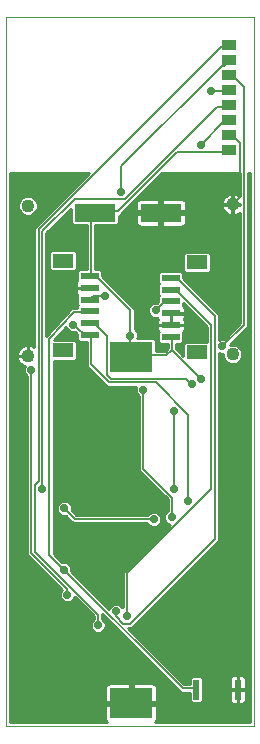
<source format=gtl>
G75*
%MOIN*%
%OFA0B0*%
%FSLAX25Y25*%
%IPPOS*%
%LPD*%
%AMOC8*
5,1,8,0,0,1.08239X$1,22.5*
%
%ADD10C,0.00000*%
%ADD11R,0.02362X0.06693*%
%ADD12C,0.04362*%
%ADD13R,0.14173X0.10236*%
%ADD14R,0.05000X0.03543*%
%ADD15R,0.13780X0.06299*%
%ADD16R,0.06102X0.02362*%
%ADD17R,0.07087X0.04724*%
%ADD18C,0.01000*%
%ADD19C,0.00600*%
%ADD20C,0.02800*%
D10*
X0005177Y0007958D02*
X0005173Y0244237D01*
X0087897Y0244235D01*
X0087855Y0007961D01*
X0005177Y0007958D01*
D11*
X0068592Y0020149D03*
X0082371Y0020149D03*
D12*
X0080618Y0131912D03*
X0080618Y0181912D03*
X0012405Y0181439D03*
X0012405Y0131439D03*
D13*
X0046772Y0131008D03*
X0046772Y0015653D03*
D14*
X0079534Y0199906D03*
X0079534Y0204906D03*
X0079534Y0209906D03*
X0079534Y0214906D03*
X0079534Y0219906D03*
X0079534Y0224906D03*
X0079534Y0229906D03*
X0079534Y0234906D03*
D15*
X0056761Y0179154D03*
X0034713Y0179154D03*
D16*
X0032978Y0158061D03*
X0032978Y0154124D03*
X0032978Y0150187D03*
X0032978Y0146250D03*
X0032978Y0142313D03*
X0032978Y0138376D03*
X0060078Y0137761D03*
X0060078Y0141698D03*
X0060078Y0145635D03*
X0060078Y0149572D03*
X0060078Y0153509D03*
X0060078Y0157446D03*
D17*
X0068838Y0162564D03*
X0068838Y0132643D03*
X0024218Y0133258D03*
X0024218Y0163179D03*
D18*
X0020219Y0159717D02*
X0028217Y0159717D01*
X0028861Y0160362D01*
X0028861Y0165997D01*
X0028217Y0166642D01*
X0020219Y0166642D01*
X0019575Y0165997D01*
X0019575Y0160362D01*
X0020219Y0159717D01*
X0020201Y0159735D02*
X0018578Y0159735D01*
X0018578Y0160733D02*
X0019575Y0160733D01*
X0019575Y0161732D02*
X0018578Y0161732D01*
X0018578Y0162730D02*
X0019575Y0162730D01*
X0019575Y0163729D02*
X0018578Y0163729D01*
X0018578Y0164728D02*
X0019575Y0164728D01*
X0019575Y0165726D02*
X0018578Y0165726D01*
X0018578Y0166725D02*
X0031978Y0166725D01*
X0031978Y0167723D02*
X0018578Y0167723D01*
X0018578Y0168722D02*
X0031978Y0168722D01*
X0031978Y0169720D02*
X0018578Y0169720D01*
X0018578Y0170719D02*
X0031978Y0170719D01*
X0031978Y0171717D02*
X0018578Y0171717D01*
X0018578Y0172381D02*
X0026724Y0180527D01*
X0026724Y0175549D01*
X0027368Y0174905D01*
X0031978Y0174905D01*
X0031978Y0160342D01*
X0029471Y0160342D01*
X0028827Y0159698D01*
X0028827Y0156424D01*
X0028875Y0156376D01*
X0028726Y0156226D01*
X0028529Y0155884D01*
X0028427Y0155503D01*
X0028427Y0154215D01*
X0032887Y0154215D01*
X0032887Y0154034D01*
X0028427Y0154034D01*
X0028427Y0152746D01*
X0028529Y0152364D01*
X0028726Y0152022D01*
X0028875Y0151873D01*
X0028827Y0151824D01*
X0028827Y0148550D01*
X0029158Y0148219D01*
X0028827Y0147887D01*
X0028827Y0147382D01*
X0028141Y0147385D01*
X0028103Y0147420D01*
X0027568Y0147388D01*
X0027033Y0147391D01*
X0026996Y0147355D01*
X0026945Y0147352D01*
X0026589Y0146952D01*
X0026209Y0146575D01*
X0026208Y0146524D01*
X0018578Y0137943D01*
X0018578Y0172381D01*
X0018912Y0172716D02*
X0031978Y0172716D01*
X0031978Y0173714D02*
X0019910Y0173714D01*
X0020909Y0174713D02*
X0031978Y0174713D01*
X0034778Y0174713D02*
X0049109Y0174713D01*
X0048950Y0174804D02*
X0049292Y0174607D01*
X0049673Y0174505D01*
X0056261Y0174505D01*
X0056261Y0178654D01*
X0057261Y0178654D01*
X0057261Y0179654D01*
X0065150Y0179654D01*
X0065150Y0182501D01*
X0065048Y0182883D01*
X0064851Y0183225D01*
X0064571Y0183504D01*
X0064229Y0183702D01*
X0063848Y0183804D01*
X0057261Y0183804D01*
X0057261Y0179654D01*
X0056261Y0179654D01*
X0056261Y0183804D01*
X0049673Y0183804D01*
X0049292Y0183702D01*
X0048950Y0183504D01*
X0048671Y0183225D01*
X0048473Y0182883D01*
X0048371Y0182501D01*
X0048371Y0179654D01*
X0056261Y0179654D01*
X0056261Y0178654D01*
X0048371Y0178654D01*
X0048371Y0175807D01*
X0048473Y0175426D01*
X0048671Y0175084D01*
X0048950Y0174804D01*
X0048397Y0175711D02*
X0042703Y0175711D01*
X0042703Y0175549D02*
X0042703Y0178161D01*
X0042958Y0178161D01*
X0043778Y0178981D01*
X0057186Y0192390D01*
X0082978Y0192462D01*
X0082978Y0184758D01*
X0082964Y0184771D01*
X0082361Y0185174D01*
X0081691Y0185452D01*
X0080980Y0185593D01*
X0080708Y0185593D01*
X0080708Y0182003D01*
X0080527Y0182003D01*
X0080527Y0185593D01*
X0080255Y0185593D01*
X0079544Y0185452D01*
X0078874Y0185174D01*
X0078271Y0184771D01*
X0077758Y0184259D01*
X0077355Y0183656D01*
X0077078Y0182986D01*
X0076936Y0182275D01*
X0076936Y0182003D01*
X0080527Y0182003D01*
X0080527Y0181822D01*
X0076936Y0181822D01*
X0076936Y0181550D01*
X0077078Y0180838D01*
X0077355Y0180169D01*
X0077758Y0179566D01*
X0078271Y0179053D01*
X0078874Y0178650D01*
X0079544Y0178373D01*
X0080255Y0178231D01*
X0080527Y0178231D01*
X0080527Y0181822D01*
X0080708Y0181822D01*
X0082978Y0181822D01*
X0082978Y0182003D01*
X0080708Y0182003D01*
X0080708Y0181822D01*
X0080708Y0178231D01*
X0080980Y0178231D01*
X0081691Y0178373D01*
X0082361Y0178650D01*
X0082964Y0179053D01*
X0082978Y0179067D01*
X0082978Y0142341D01*
X0077691Y0137055D01*
X0077675Y0137061D01*
X0076680Y0137061D01*
X0076178Y0136853D01*
X0076178Y0145341D01*
X0064229Y0157290D01*
X0064229Y0159083D01*
X0063585Y0159727D01*
X0056571Y0159727D01*
X0055927Y0159083D01*
X0055927Y0155810D01*
X0056258Y0155478D01*
X0055927Y0155146D01*
X0055927Y0151873D01*
X0056258Y0151541D01*
X0055927Y0151209D01*
X0055927Y0149490D01*
X0055491Y0149055D01*
X0055475Y0149061D01*
X0054480Y0149061D01*
X0053562Y0148681D01*
X0052858Y0147977D01*
X0052478Y0147059D01*
X0052478Y0146064D01*
X0052858Y0145145D01*
X0053562Y0144442D01*
X0054480Y0144061D01*
X0055475Y0144061D01*
X0055569Y0144100D01*
X0055629Y0143875D01*
X0055749Y0143667D01*
X0055629Y0143458D01*
X0055527Y0143077D01*
X0055527Y0141789D01*
X0059987Y0141789D01*
X0059987Y0145545D01*
X0060168Y0145545D01*
X0060168Y0142954D01*
X0060168Y0141789D01*
X0059987Y0141789D01*
X0059987Y0141608D01*
X0055527Y0141608D01*
X0055527Y0140320D01*
X0055629Y0139938D01*
X0055826Y0139596D01*
X0055975Y0139447D01*
X0055927Y0139398D01*
X0055927Y0136124D01*
X0056571Y0135480D01*
X0058978Y0135480D01*
X0058978Y0133941D01*
X0057998Y0132961D01*
X0054959Y0132961D01*
X0054959Y0136582D01*
X0054314Y0137226D01*
X0048896Y0137226D01*
X0049078Y0137664D01*
X0049078Y0138659D01*
X0048697Y0139577D01*
X0047994Y0140281D01*
X0047978Y0140287D01*
X0047978Y0147141D01*
X0047158Y0147961D01*
X0037129Y0157990D01*
X0037129Y0159698D01*
X0036485Y0160342D01*
X0034778Y0160342D01*
X0034778Y0174905D01*
X0042059Y0174905D01*
X0042703Y0175549D01*
X0042703Y0176710D02*
X0048371Y0176710D01*
X0048371Y0177708D02*
X0042703Y0177708D01*
X0043503Y0178707D02*
X0056261Y0178707D01*
X0056261Y0179705D02*
X0057261Y0179705D01*
X0057261Y0178707D02*
X0078789Y0178707D01*
X0077665Y0179705D02*
X0065150Y0179705D01*
X0065150Y0180704D02*
X0077134Y0180704D01*
X0076936Y0181702D02*
X0065150Y0181702D01*
X0065097Y0182701D02*
X0077021Y0182701D01*
X0077384Y0183699D02*
X0064234Y0183699D01*
X0065150Y0178654D02*
X0057261Y0178654D01*
X0057261Y0174505D01*
X0063848Y0174505D01*
X0064229Y0174607D01*
X0064571Y0174804D01*
X0064851Y0175084D01*
X0065048Y0175426D01*
X0065150Y0175807D01*
X0065150Y0178654D01*
X0065150Y0177708D02*
X0082978Y0177708D01*
X0082978Y0176710D02*
X0065150Y0176710D01*
X0065125Y0175711D02*
X0082978Y0175711D01*
X0082978Y0174713D02*
X0064412Y0174713D01*
X0064839Y0166027D02*
X0064194Y0165382D01*
X0064194Y0159747D01*
X0064839Y0159102D01*
X0072837Y0159102D01*
X0073481Y0159747D01*
X0073481Y0165382D01*
X0072837Y0166027D01*
X0064839Y0166027D01*
X0064538Y0165726D02*
X0034778Y0165726D01*
X0034778Y0164728D02*
X0064194Y0164728D01*
X0064194Y0163729D02*
X0034778Y0163729D01*
X0034778Y0162730D02*
X0064194Y0162730D01*
X0064194Y0161732D02*
X0034778Y0161732D01*
X0034778Y0160733D02*
X0064194Y0160733D01*
X0064206Y0159735D02*
X0037092Y0159735D01*
X0037129Y0158736D02*
X0055927Y0158736D01*
X0055927Y0157738D02*
X0037381Y0157738D01*
X0038379Y0156739D02*
X0055927Y0156739D01*
X0055995Y0155741D02*
X0039378Y0155741D01*
X0040376Y0154742D02*
X0055927Y0154742D01*
X0055927Y0153744D02*
X0041375Y0153744D01*
X0042373Y0152745D02*
X0055927Y0152745D01*
X0056052Y0151747D02*
X0043372Y0151747D01*
X0044370Y0150748D02*
X0055927Y0150748D01*
X0055927Y0149750D02*
X0045369Y0149750D01*
X0046368Y0148751D02*
X0053732Y0148751D01*
X0052765Y0147753D02*
X0047366Y0147753D01*
X0047978Y0146754D02*
X0052478Y0146754D01*
X0052605Y0145756D02*
X0047978Y0145756D01*
X0047978Y0144757D02*
X0053246Y0144757D01*
X0055696Y0143759D02*
X0047978Y0143759D01*
X0047978Y0142760D02*
X0055527Y0142760D01*
X0055527Y0140763D02*
X0047978Y0140763D01*
X0047978Y0141762D02*
X0059987Y0141762D01*
X0060168Y0141762D02*
X0071597Y0141762D01*
X0072178Y0141181D02*
X0072178Y0136105D01*
X0064839Y0136105D01*
X0064194Y0135461D01*
X0064194Y0131525D01*
X0061778Y0133941D01*
X0061778Y0135480D01*
X0063585Y0135480D01*
X0064229Y0136124D01*
X0064229Y0139398D01*
X0064180Y0139447D01*
X0064329Y0139596D01*
X0064527Y0139938D01*
X0064629Y0140320D01*
X0064629Y0141608D01*
X0060168Y0141608D01*
X0060168Y0141789D01*
X0064629Y0141789D01*
X0064629Y0143077D01*
X0064527Y0143458D01*
X0064406Y0143667D01*
X0064527Y0143875D01*
X0064629Y0144257D01*
X0064629Y0145545D01*
X0060168Y0145545D01*
X0060168Y0145726D01*
X0064629Y0145726D01*
X0064629Y0147014D01*
X0064527Y0147395D01*
X0064329Y0147737D01*
X0064180Y0147887D01*
X0064229Y0147936D01*
X0064229Y0149130D01*
X0072178Y0141181D01*
X0072178Y0140763D02*
X0064629Y0140763D01*
X0064427Y0139765D02*
X0072178Y0139765D01*
X0072178Y0138766D02*
X0064229Y0138766D01*
X0064229Y0137768D02*
X0072178Y0137768D01*
X0072178Y0136769D02*
X0064229Y0136769D01*
X0064504Y0135771D02*
X0063875Y0135771D01*
X0064194Y0134772D02*
X0061778Y0134772D01*
X0061945Y0133774D02*
X0064194Y0133774D01*
X0064194Y0132775D02*
X0062944Y0132775D01*
X0063942Y0131777D02*
X0064194Y0131777D01*
X0064629Y0142760D02*
X0070599Y0142760D01*
X0069600Y0143759D02*
X0064459Y0143759D01*
X0064629Y0144757D02*
X0068602Y0144757D01*
X0067603Y0145756D02*
X0064629Y0145756D01*
X0064629Y0146754D02*
X0066605Y0146754D01*
X0065606Y0147753D02*
X0064314Y0147753D01*
X0064229Y0148751D02*
X0064608Y0148751D01*
X0065778Y0155741D02*
X0082978Y0155741D01*
X0082978Y0156739D02*
X0064779Y0156739D01*
X0064229Y0157738D02*
X0082978Y0157738D01*
X0082978Y0158736D02*
X0064229Y0158736D01*
X0066776Y0154742D02*
X0082978Y0154742D01*
X0082978Y0153744D02*
X0067775Y0153744D01*
X0068773Y0152745D02*
X0082978Y0152745D01*
X0082978Y0151747D02*
X0069772Y0151747D01*
X0070770Y0150748D02*
X0082978Y0150748D01*
X0082978Y0149750D02*
X0071769Y0149750D01*
X0072768Y0148751D02*
X0082978Y0148751D01*
X0082978Y0147753D02*
X0073766Y0147753D01*
X0074765Y0146754D02*
X0082978Y0146754D01*
X0082978Y0145756D02*
X0075763Y0145756D01*
X0076178Y0144757D02*
X0082978Y0144757D01*
X0082978Y0143759D02*
X0076178Y0143759D01*
X0076178Y0142760D02*
X0082978Y0142760D01*
X0082398Y0141762D02*
X0076178Y0141762D01*
X0076178Y0140763D02*
X0081400Y0140763D01*
X0080401Y0139765D02*
X0076178Y0139765D01*
X0076178Y0138766D02*
X0079403Y0138766D01*
X0078404Y0137768D02*
X0076178Y0137768D01*
X0076178Y0132269D02*
X0076680Y0132061D01*
X0077336Y0132061D01*
X0077336Y0131260D01*
X0077836Y0130054D01*
X0078759Y0129131D01*
X0079965Y0128631D01*
X0081270Y0128631D01*
X0082476Y0129131D01*
X0083399Y0130054D01*
X0083899Y0131260D01*
X0083899Y0132565D01*
X0083399Y0133771D01*
X0082476Y0134694D01*
X0081270Y0135193D01*
X0079965Y0135193D01*
X0079672Y0135072D01*
X0079671Y0135075D01*
X0085778Y0141181D01*
X0085778Y0192470D01*
X0086588Y0192473D01*
X0086555Y0009261D01*
X0054650Y0009260D01*
X0054780Y0009335D01*
X0055059Y0009614D01*
X0055257Y0009956D01*
X0055359Y0010338D01*
X0055359Y0015153D01*
X0047272Y0015153D01*
X0047272Y0016153D01*
X0055359Y0016153D01*
X0055359Y0020969D01*
X0055257Y0021351D01*
X0055059Y0021693D01*
X0054780Y0021972D01*
X0054438Y0022169D01*
X0054056Y0022272D01*
X0047272Y0022272D01*
X0047272Y0016154D01*
X0046272Y0016154D01*
X0046272Y0022272D01*
X0039488Y0022272D01*
X0039107Y0022169D01*
X0038765Y0021972D01*
X0038485Y0021693D01*
X0038288Y0021351D01*
X0038186Y0020969D01*
X0038186Y0016153D01*
X0046272Y0016153D01*
X0046272Y0015153D01*
X0038186Y0015153D01*
X0038186Y0010338D01*
X0038288Y0009956D01*
X0038485Y0009614D01*
X0038765Y0009335D01*
X0038895Y0009260D01*
X0006477Y0009258D01*
X0006474Y0192246D01*
X0032757Y0192321D01*
X0015398Y0174961D01*
X0014578Y0174141D01*
X0014578Y0134414D01*
X0014149Y0134701D01*
X0013479Y0134978D01*
X0012767Y0135120D01*
X0012495Y0135120D01*
X0012495Y0131529D01*
X0012314Y0131529D01*
X0012314Y0131348D01*
X0008724Y0131348D01*
X0008724Y0131076D01*
X0008865Y0130365D01*
X0009143Y0129695D01*
X0009546Y0129092D01*
X0010058Y0128579D01*
X0010661Y0128176D01*
X0011331Y0127899D01*
X0011342Y0127897D01*
X0011078Y0127259D01*
X0011078Y0126264D01*
X0011458Y0125345D01*
X0012162Y0124642D01*
X0012178Y0124635D01*
X0012178Y0064981D01*
X0012998Y0064161D01*
X0023720Y0053439D01*
X0023458Y0053177D01*
X0023078Y0052259D01*
X0023078Y0051264D01*
X0023458Y0050345D01*
X0024162Y0049642D01*
X0025080Y0049261D01*
X0026075Y0049261D01*
X0026994Y0049642D01*
X0027697Y0050345D01*
X0027966Y0050993D01*
X0034378Y0044581D01*
X0034378Y0043687D01*
X0034362Y0043681D01*
X0033658Y0042977D01*
X0033278Y0042059D01*
X0033278Y0041064D01*
X0033658Y0040145D01*
X0034362Y0039442D01*
X0035280Y0039061D01*
X0036275Y0039061D01*
X0037194Y0039442D01*
X0037897Y0040145D01*
X0038278Y0041064D01*
X0038278Y0042059D01*
X0037897Y0042977D01*
X0037194Y0043681D01*
X0037178Y0043687D01*
X0037178Y0045381D01*
X0062578Y0019981D01*
X0063398Y0019161D01*
X0066311Y0019161D01*
X0066311Y0016347D01*
X0066955Y0015703D01*
X0070229Y0015703D01*
X0070873Y0016347D01*
X0070873Y0023951D01*
X0070229Y0024596D01*
X0066955Y0024596D01*
X0066311Y0023951D01*
X0066311Y0021961D01*
X0064558Y0021961D01*
X0045758Y0040761D01*
X0047158Y0040761D01*
X0075358Y0068961D01*
X0076178Y0069781D01*
X0076178Y0132269D01*
X0076178Y0131777D02*
X0077336Y0131777D01*
X0077536Y0130778D02*
X0076178Y0130778D01*
X0076178Y0129780D02*
X0078110Y0129780D01*
X0079603Y0128781D02*
X0076178Y0128781D01*
X0076178Y0127783D02*
X0086576Y0127783D01*
X0086576Y0128781D02*
X0081632Y0128781D01*
X0083125Y0129780D02*
X0086577Y0129780D01*
X0086577Y0130778D02*
X0083699Y0130778D01*
X0083899Y0131777D02*
X0086577Y0131777D01*
X0086577Y0132775D02*
X0083811Y0132775D01*
X0083396Y0133774D02*
X0086577Y0133774D01*
X0086578Y0134772D02*
X0082287Y0134772D01*
X0081366Y0136769D02*
X0086578Y0136769D01*
X0086578Y0135771D02*
X0080367Y0135771D01*
X0082364Y0137768D02*
X0086578Y0137768D01*
X0086578Y0138766D02*
X0083363Y0138766D01*
X0084361Y0139765D02*
X0086578Y0139765D01*
X0086579Y0140763D02*
X0085360Y0140763D01*
X0085778Y0141762D02*
X0086579Y0141762D01*
X0086579Y0142760D02*
X0085778Y0142760D01*
X0085778Y0143759D02*
X0086579Y0143759D01*
X0086579Y0144757D02*
X0085778Y0144757D01*
X0085778Y0145756D02*
X0086580Y0145756D01*
X0086580Y0146754D02*
X0085778Y0146754D01*
X0085778Y0147753D02*
X0086580Y0147753D01*
X0086580Y0148751D02*
X0085778Y0148751D01*
X0085778Y0149750D02*
X0086580Y0149750D01*
X0086580Y0150748D02*
X0085778Y0150748D01*
X0085778Y0151747D02*
X0086581Y0151747D01*
X0086581Y0152745D02*
X0085778Y0152745D01*
X0085778Y0153744D02*
X0086581Y0153744D01*
X0086581Y0154742D02*
X0085778Y0154742D01*
X0085778Y0155741D02*
X0086581Y0155741D01*
X0086581Y0156739D02*
X0085778Y0156739D01*
X0085778Y0157738D02*
X0086582Y0157738D01*
X0086582Y0158736D02*
X0085778Y0158736D01*
X0085778Y0159735D02*
X0086582Y0159735D01*
X0086582Y0160733D02*
X0085778Y0160733D01*
X0085778Y0161732D02*
X0086582Y0161732D01*
X0086583Y0162730D02*
X0085778Y0162730D01*
X0085778Y0163729D02*
X0086583Y0163729D01*
X0086583Y0164728D02*
X0085778Y0164728D01*
X0085778Y0165726D02*
X0086583Y0165726D01*
X0086583Y0166725D02*
X0085778Y0166725D01*
X0085778Y0167723D02*
X0086583Y0167723D01*
X0086584Y0168722D02*
X0085778Y0168722D01*
X0085778Y0169720D02*
X0086584Y0169720D01*
X0086584Y0170719D02*
X0085778Y0170719D01*
X0085778Y0171717D02*
X0086584Y0171717D01*
X0086584Y0172716D02*
X0085778Y0172716D01*
X0085778Y0173714D02*
X0086585Y0173714D01*
X0086585Y0174713D02*
X0085778Y0174713D01*
X0085778Y0175711D02*
X0086585Y0175711D01*
X0086585Y0176710D02*
X0085778Y0176710D01*
X0085778Y0177708D02*
X0086585Y0177708D01*
X0086585Y0178707D02*
X0085778Y0178707D01*
X0085778Y0179705D02*
X0086586Y0179705D01*
X0086586Y0180704D02*
X0085778Y0180704D01*
X0085778Y0181702D02*
X0086586Y0181702D01*
X0086586Y0182701D02*
X0085778Y0182701D01*
X0085778Y0183699D02*
X0086586Y0183699D01*
X0086586Y0184698D02*
X0085778Y0184698D01*
X0085778Y0185696D02*
X0086587Y0185696D01*
X0086587Y0186695D02*
X0085778Y0186695D01*
X0085778Y0187693D02*
X0086587Y0187693D01*
X0086587Y0188692D02*
X0085778Y0188692D01*
X0085778Y0189690D02*
X0086587Y0189690D01*
X0086588Y0190689D02*
X0085778Y0190689D01*
X0085778Y0191687D02*
X0086588Y0191687D01*
X0082978Y0191687D02*
X0056484Y0191687D01*
X0055485Y0190689D02*
X0082978Y0190689D01*
X0082978Y0189690D02*
X0054487Y0189690D01*
X0053488Y0188692D02*
X0082978Y0188692D01*
X0082978Y0187693D02*
X0052490Y0187693D01*
X0051491Y0186695D02*
X0082978Y0186695D01*
X0082978Y0185696D02*
X0050493Y0185696D01*
X0049494Y0184698D02*
X0078197Y0184698D01*
X0080527Y0184698D02*
X0080708Y0184698D01*
X0080708Y0183699D02*
X0080527Y0183699D01*
X0080527Y0182701D02*
X0080708Y0182701D01*
X0080708Y0181702D02*
X0080527Y0181702D01*
X0080527Y0180704D02*
X0080708Y0180704D01*
X0080708Y0179705D02*
X0080527Y0179705D01*
X0080527Y0178707D02*
X0080708Y0178707D01*
X0082446Y0178707D02*
X0082978Y0178707D01*
X0082978Y0173714D02*
X0034778Y0173714D01*
X0034778Y0172716D02*
X0082978Y0172716D01*
X0082978Y0171717D02*
X0034778Y0171717D01*
X0034778Y0170719D02*
X0082978Y0170719D01*
X0082978Y0169720D02*
X0034778Y0169720D01*
X0034778Y0168722D02*
X0082978Y0168722D01*
X0082978Y0167723D02*
X0034778Y0167723D01*
X0034778Y0166725D02*
X0082978Y0166725D01*
X0082978Y0165726D02*
X0073137Y0165726D01*
X0073481Y0164728D02*
X0082978Y0164728D01*
X0082978Y0163729D02*
X0073481Y0163729D01*
X0073481Y0162730D02*
X0082978Y0162730D01*
X0082978Y0161732D02*
X0073481Y0161732D01*
X0073481Y0160733D02*
X0082978Y0160733D01*
X0082978Y0159735D02*
X0073469Y0159735D01*
X0076178Y0126784D02*
X0086576Y0126784D01*
X0086576Y0125786D02*
X0076178Y0125786D01*
X0076178Y0124787D02*
X0086576Y0124787D01*
X0086576Y0123789D02*
X0076178Y0123789D01*
X0076178Y0122790D02*
X0086575Y0122790D01*
X0086575Y0121792D02*
X0076178Y0121792D01*
X0076178Y0120793D02*
X0086575Y0120793D01*
X0086575Y0119795D02*
X0076178Y0119795D01*
X0076178Y0118796D02*
X0086575Y0118796D01*
X0086575Y0117797D02*
X0076178Y0117797D01*
X0076178Y0116799D02*
X0086574Y0116799D01*
X0086574Y0115800D02*
X0076178Y0115800D01*
X0076178Y0114802D02*
X0086574Y0114802D01*
X0086574Y0113803D02*
X0076178Y0113803D01*
X0076178Y0112805D02*
X0086574Y0112805D01*
X0086573Y0111806D02*
X0076178Y0111806D01*
X0076178Y0110808D02*
X0086573Y0110808D01*
X0086573Y0109809D02*
X0076178Y0109809D01*
X0076178Y0108811D02*
X0086573Y0108811D01*
X0086573Y0107812D02*
X0076178Y0107812D01*
X0076178Y0106814D02*
X0086573Y0106814D01*
X0086572Y0105815D02*
X0076178Y0105815D01*
X0076178Y0104817D02*
X0086572Y0104817D01*
X0086572Y0103818D02*
X0076178Y0103818D01*
X0076178Y0102820D02*
X0086572Y0102820D01*
X0086572Y0101821D02*
X0076178Y0101821D01*
X0076178Y0100823D02*
X0086571Y0100823D01*
X0086571Y0099824D02*
X0076178Y0099824D01*
X0076178Y0098826D02*
X0086571Y0098826D01*
X0086571Y0097827D02*
X0076178Y0097827D01*
X0076178Y0096829D02*
X0086571Y0096829D01*
X0086571Y0095830D02*
X0076178Y0095830D01*
X0076178Y0094832D02*
X0086570Y0094832D01*
X0086570Y0093833D02*
X0076178Y0093833D01*
X0076178Y0092835D02*
X0086570Y0092835D01*
X0086570Y0091836D02*
X0076178Y0091836D01*
X0076178Y0090838D02*
X0086570Y0090838D01*
X0086570Y0089839D02*
X0076178Y0089839D01*
X0076178Y0088841D02*
X0086569Y0088841D01*
X0086569Y0087842D02*
X0076178Y0087842D01*
X0076178Y0086844D02*
X0086569Y0086844D01*
X0086569Y0085845D02*
X0076178Y0085845D01*
X0076178Y0084847D02*
X0086569Y0084847D01*
X0086568Y0083848D02*
X0076178Y0083848D01*
X0076178Y0082850D02*
X0086568Y0082850D01*
X0086568Y0081851D02*
X0076178Y0081851D01*
X0076178Y0080853D02*
X0086568Y0080853D01*
X0086568Y0079854D02*
X0076178Y0079854D01*
X0076178Y0078856D02*
X0086568Y0078856D01*
X0086567Y0077857D02*
X0076178Y0077857D01*
X0076178Y0076859D02*
X0086567Y0076859D01*
X0086567Y0075860D02*
X0076178Y0075860D01*
X0076178Y0074862D02*
X0086567Y0074862D01*
X0086567Y0073863D02*
X0076178Y0073863D01*
X0076178Y0072864D02*
X0086566Y0072864D01*
X0086566Y0071866D02*
X0076178Y0071866D01*
X0076178Y0070867D02*
X0086566Y0070867D01*
X0086566Y0069869D02*
X0076178Y0069869D01*
X0075267Y0068870D02*
X0086566Y0068870D01*
X0086566Y0067872D02*
X0074268Y0067872D01*
X0073270Y0066873D02*
X0086565Y0066873D01*
X0086565Y0065875D02*
X0072271Y0065875D01*
X0071273Y0064876D02*
X0086565Y0064876D01*
X0086565Y0063878D02*
X0070274Y0063878D01*
X0069276Y0062879D02*
X0086565Y0062879D01*
X0086565Y0061881D02*
X0068277Y0061881D01*
X0067279Y0060882D02*
X0086564Y0060882D01*
X0086564Y0059884D02*
X0066280Y0059884D01*
X0065282Y0058885D02*
X0086564Y0058885D01*
X0086564Y0057887D02*
X0064283Y0057887D01*
X0063285Y0056888D02*
X0086564Y0056888D01*
X0086563Y0055890D02*
X0062286Y0055890D01*
X0061288Y0054891D02*
X0086563Y0054891D01*
X0086563Y0053893D02*
X0060289Y0053893D01*
X0059291Y0052894D02*
X0086563Y0052894D01*
X0086563Y0051896D02*
X0058292Y0051896D01*
X0057294Y0050897D02*
X0086563Y0050897D01*
X0086562Y0049899D02*
X0056295Y0049899D01*
X0055297Y0048900D02*
X0086562Y0048900D01*
X0086562Y0047902D02*
X0054298Y0047902D01*
X0053300Y0046903D02*
X0086562Y0046903D01*
X0086562Y0045905D02*
X0052301Y0045905D01*
X0051303Y0044906D02*
X0086561Y0044906D01*
X0086561Y0043908D02*
X0050304Y0043908D01*
X0049306Y0042909D02*
X0086561Y0042909D01*
X0086561Y0041911D02*
X0048307Y0041911D01*
X0047308Y0040912D02*
X0086561Y0040912D01*
X0086561Y0039914D02*
X0046605Y0039914D01*
X0047604Y0038915D02*
X0086560Y0038915D01*
X0086560Y0037917D02*
X0048602Y0037917D01*
X0047638Y0034921D02*
X0006476Y0034921D01*
X0006476Y0033923D02*
X0048637Y0033923D01*
X0049635Y0032924D02*
X0006477Y0032924D01*
X0006477Y0031926D02*
X0050634Y0031926D01*
X0051632Y0030927D02*
X0006477Y0030927D01*
X0006477Y0029928D02*
X0052631Y0029928D01*
X0053629Y0028930D02*
X0006477Y0028930D01*
X0006477Y0027931D02*
X0054628Y0027931D01*
X0055626Y0026933D02*
X0006477Y0026933D01*
X0006477Y0025934D02*
X0056625Y0025934D01*
X0057623Y0024936D02*
X0006477Y0024936D01*
X0006477Y0023937D02*
X0058622Y0023937D01*
X0059620Y0022939D02*
X0006477Y0022939D01*
X0006477Y0021940D02*
X0038733Y0021940D01*
X0038186Y0020942D02*
X0006477Y0020942D01*
X0006477Y0019943D02*
X0038186Y0019943D01*
X0038186Y0018945D02*
X0006477Y0018945D01*
X0006477Y0017946D02*
X0038186Y0017946D01*
X0038186Y0016948D02*
X0006477Y0016948D01*
X0006477Y0015949D02*
X0046272Y0015949D01*
X0046272Y0016948D02*
X0047272Y0016948D01*
X0047272Y0017946D02*
X0046272Y0017946D01*
X0046272Y0018945D02*
X0047272Y0018945D01*
X0047272Y0019943D02*
X0046272Y0019943D01*
X0046272Y0020942D02*
X0047272Y0020942D01*
X0047272Y0021940D02*
X0046272Y0021940D01*
X0047272Y0015949D02*
X0066709Y0015949D01*
X0066311Y0016948D02*
X0055359Y0016948D01*
X0055359Y0017946D02*
X0066311Y0017946D01*
X0066311Y0018945D02*
X0055359Y0018945D01*
X0055359Y0019943D02*
X0062616Y0019943D01*
X0061617Y0020942D02*
X0055359Y0020942D01*
X0054811Y0021940D02*
X0060619Y0021940D01*
X0062581Y0023937D02*
X0066311Y0023937D01*
X0066311Y0022939D02*
X0063580Y0022939D01*
X0061583Y0024936D02*
X0080770Y0024936D01*
X0080611Y0024893D02*
X0080269Y0024696D01*
X0079990Y0024417D01*
X0079793Y0024075D01*
X0079690Y0023693D01*
X0079690Y0020240D01*
X0082281Y0020240D01*
X0082281Y0024996D01*
X0080993Y0024996D01*
X0080611Y0024893D01*
X0079756Y0023937D02*
X0070873Y0023937D01*
X0070873Y0022939D02*
X0079690Y0022939D01*
X0079690Y0021940D02*
X0070873Y0021940D01*
X0070873Y0020942D02*
X0079690Y0020942D01*
X0079690Y0020059D02*
X0079690Y0016605D01*
X0079793Y0016224D01*
X0079990Y0015882D01*
X0080269Y0015602D01*
X0080611Y0015405D01*
X0080993Y0015303D01*
X0082281Y0015303D01*
X0082281Y0020059D01*
X0079690Y0020059D01*
X0079690Y0019943D02*
X0070873Y0019943D01*
X0070873Y0018945D02*
X0079690Y0018945D01*
X0079690Y0017946D02*
X0070873Y0017946D01*
X0070873Y0016948D02*
X0079690Y0016948D01*
X0079951Y0015949D02*
X0070475Y0015949D01*
X0060584Y0025934D02*
X0086558Y0025934D01*
X0086558Y0024936D02*
X0083973Y0024936D01*
X0084132Y0024893D02*
X0083750Y0024996D01*
X0082462Y0024996D01*
X0082462Y0020240D01*
X0082281Y0020240D01*
X0082281Y0020059D01*
X0082462Y0020059D01*
X0082462Y0020240D01*
X0085053Y0020240D01*
X0085053Y0023693D01*
X0084950Y0024075D01*
X0084753Y0024417D01*
X0084474Y0024696D01*
X0084132Y0024893D01*
X0084987Y0023937D02*
X0086558Y0023937D01*
X0086558Y0022939D02*
X0085053Y0022939D01*
X0085053Y0021940D02*
X0086557Y0021940D01*
X0086557Y0020942D02*
X0085053Y0020942D01*
X0085053Y0020059D02*
X0082462Y0020059D01*
X0082462Y0015303D01*
X0083750Y0015303D01*
X0084132Y0015405D01*
X0084474Y0015602D01*
X0084753Y0015882D01*
X0084950Y0016224D01*
X0085053Y0016605D01*
X0085053Y0020059D01*
X0085053Y0019943D02*
X0086557Y0019943D01*
X0086557Y0018945D02*
X0085053Y0018945D01*
X0085053Y0017946D02*
X0086557Y0017946D01*
X0086556Y0016948D02*
X0085053Y0016948D01*
X0084792Y0015949D02*
X0086556Y0015949D01*
X0086556Y0014951D02*
X0055359Y0014951D01*
X0055359Y0013952D02*
X0086556Y0013952D01*
X0086556Y0012954D02*
X0055359Y0012954D01*
X0055359Y0011955D02*
X0086556Y0011955D01*
X0086555Y0010957D02*
X0055359Y0010957D01*
X0055257Y0009958D02*
X0086555Y0009958D01*
X0082462Y0015949D02*
X0082281Y0015949D01*
X0082281Y0016948D02*
X0082462Y0016948D01*
X0082462Y0017946D02*
X0082281Y0017946D01*
X0082281Y0018945D02*
X0082462Y0018945D01*
X0082462Y0019943D02*
X0082281Y0019943D01*
X0082281Y0020942D02*
X0082462Y0020942D01*
X0082462Y0021940D02*
X0082281Y0021940D01*
X0082281Y0022939D02*
X0082462Y0022939D01*
X0082462Y0023937D02*
X0082281Y0023937D01*
X0082281Y0024936D02*
X0082462Y0024936D01*
X0086558Y0026933D02*
X0059586Y0026933D01*
X0058587Y0027931D02*
X0086558Y0027931D01*
X0086559Y0028930D02*
X0057589Y0028930D01*
X0056590Y0029928D02*
X0086559Y0029928D01*
X0086559Y0030927D02*
X0055592Y0030927D01*
X0054593Y0031926D02*
X0086559Y0031926D01*
X0086559Y0032924D02*
X0053595Y0032924D01*
X0052596Y0033923D02*
X0086560Y0033923D01*
X0086560Y0034921D02*
X0051598Y0034921D01*
X0050599Y0035920D02*
X0086560Y0035920D01*
X0086560Y0036918D02*
X0049601Y0036918D01*
X0046639Y0035920D02*
X0006476Y0035920D01*
X0006476Y0036918D02*
X0045641Y0036918D01*
X0044642Y0037917D02*
X0006476Y0037917D01*
X0006476Y0038915D02*
X0043644Y0038915D01*
X0042645Y0039914D02*
X0037666Y0039914D01*
X0038215Y0040912D02*
X0041647Y0040912D01*
X0040648Y0041911D02*
X0038278Y0041911D01*
X0037925Y0042909D02*
X0039650Y0042909D01*
X0038651Y0043908D02*
X0037178Y0043908D01*
X0037178Y0044906D02*
X0037653Y0044906D01*
X0038617Y0047902D02*
X0039783Y0047902D01*
X0039658Y0047777D02*
X0040362Y0048481D01*
X0041280Y0048861D01*
X0042275Y0048861D01*
X0043194Y0048481D01*
X0043897Y0047777D01*
X0043978Y0047583D01*
X0043978Y0059541D01*
X0059610Y0075173D01*
X0058962Y0075442D01*
X0058258Y0076145D01*
X0057878Y0077064D01*
X0057878Y0078059D01*
X0058258Y0078977D01*
X0058962Y0079681D01*
X0058978Y0079687D01*
X0058978Y0083581D01*
X0050198Y0092361D01*
X0049378Y0093181D01*
X0049378Y0118035D01*
X0049362Y0118042D01*
X0048658Y0118745D01*
X0048278Y0119664D01*
X0048278Y0120659D01*
X0048486Y0121161D01*
X0038798Y0121161D01*
X0032798Y0127161D01*
X0031978Y0127981D01*
X0031978Y0136095D01*
X0029471Y0136095D01*
X0028827Y0136739D01*
X0028827Y0138777D01*
X0028190Y0139330D01*
X0028025Y0139261D01*
X0027030Y0139261D01*
X0026112Y0139642D01*
X0025408Y0140345D01*
X0025107Y0141072D01*
X0021237Y0136720D01*
X0028217Y0136720D01*
X0028861Y0136076D01*
X0028861Y0130440D01*
X0028217Y0129796D01*
X0020978Y0129796D01*
X0020978Y0065541D01*
X0023864Y0062655D01*
X0023880Y0062661D01*
X0024875Y0062661D01*
X0025794Y0062281D01*
X0026497Y0061577D01*
X0026878Y0060659D01*
X0026878Y0059664D01*
X0026871Y0059648D01*
X0039390Y0047129D01*
X0039658Y0047777D01*
X0037619Y0048900D02*
X0043978Y0048900D01*
X0043978Y0047902D02*
X0043773Y0047902D01*
X0043978Y0049899D02*
X0036620Y0049899D01*
X0035622Y0050897D02*
X0043978Y0050897D01*
X0043978Y0051896D02*
X0034623Y0051896D01*
X0033625Y0052894D02*
X0043978Y0052894D01*
X0043978Y0053893D02*
X0032626Y0053893D01*
X0031628Y0054891D02*
X0043978Y0054891D01*
X0043978Y0055890D02*
X0030629Y0055890D01*
X0029631Y0056888D02*
X0043978Y0056888D01*
X0043978Y0057887D02*
X0028632Y0057887D01*
X0027634Y0058885D02*
X0043978Y0058885D01*
X0044320Y0059884D02*
X0026878Y0059884D01*
X0026785Y0060882D02*
X0045319Y0060882D01*
X0046317Y0061881D02*
X0026194Y0061881D01*
X0023639Y0062879D02*
X0047316Y0062879D01*
X0048314Y0063878D02*
X0022641Y0063878D01*
X0021642Y0064876D02*
X0049313Y0064876D01*
X0050311Y0065875D02*
X0020978Y0065875D01*
X0020978Y0066873D02*
X0051310Y0066873D01*
X0052309Y0067872D02*
X0020978Y0067872D01*
X0020978Y0068870D02*
X0053307Y0068870D01*
X0054306Y0069869D02*
X0020978Y0069869D01*
X0020978Y0070867D02*
X0055304Y0070867D01*
X0056303Y0071866D02*
X0020978Y0071866D01*
X0020978Y0072864D02*
X0057301Y0072864D01*
X0058300Y0073863D02*
X0020978Y0073863D01*
X0020978Y0074862D02*
X0052942Y0074862D01*
X0052962Y0074842D02*
X0053880Y0074461D01*
X0054875Y0074461D01*
X0055794Y0074842D01*
X0056497Y0075545D01*
X0056878Y0076464D01*
X0056878Y0077459D01*
X0056497Y0078377D01*
X0055794Y0079081D01*
X0054875Y0079461D01*
X0053880Y0079461D01*
X0052962Y0079081D01*
X0052258Y0078377D01*
X0052252Y0078361D01*
X0028584Y0078361D01*
X0027064Y0079980D01*
X0027099Y0080064D01*
X0027099Y0081059D01*
X0026718Y0081977D01*
X0026015Y0082681D01*
X0025096Y0083061D01*
X0024102Y0083061D01*
X0023183Y0082681D01*
X0022480Y0081977D01*
X0022099Y0081059D01*
X0022099Y0080064D01*
X0022480Y0079145D01*
X0023183Y0078442D01*
X0024102Y0078061D01*
X0025025Y0078061D01*
X0026578Y0076407D01*
X0026578Y0076381D01*
X0026972Y0075987D01*
X0027354Y0075580D01*
X0027380Y0075580D01*
X0027398Y0075561D01*
X0027955Y0075561D01*
X0028513Y0075544D01*
X0028532Y0075561D01*
X0052252Y0075561D01*
X0052258Y0075545D01*
X0052962Y0074842D01*
X0052736Y0078856D02*
X0028120Y0078856D01*
X0027183Y0079854D02*
X0058978Y0079854D01*
X0058978Y0080853D02*
X0027099Y0080853D01*
X0026771Y0081851D02*
X0058978Y0081851D01*
X0058978Y0082850D02*
X0025607Y0082850D01*
X0023591Y0082850D02*
X0020978Y0082850D01*
X0020978Y0083848D02*
X0058711Y0083848D01*
X0057712Y0084847D02*
X0020978Y0084847D01*
X0020978Y0085845D02*
X0056714Y0085845D01*
X0055715Y0086844D02*
X0020978Y0086844D01*
X0020978Y0087842D02*
X0054717Y0087842D01*
X0053718Y0088841D02*
X0020978Y0088841D01*
X0020978Y0089839D02*
X0052720Y0089839D01*
X0051721Y0090838D02*
X0020978Y0090838D01*
X0020978Y0091836D02*
X0050723Y0091836D01*
X0049724Y0092835D02*
X0020978Y0092835D01*
X0020978Y0093833D02*
X0049378Y0093833D01*
X0049378Y0094832D02*
X0020978Y0094832D01*
X0020978Y0095830D02*
X0049378Y0095830D01*
X0049378Y0096829D02*
X0020978Y0096829D01*
X0020978Y0097827D02*
X0049378Y0097827D01*
X0049378Y0098826D02*
X0020978Y0098826D01*
X0020978Y0099824D02*
X0049378Y0099824D01*
X0049378Y0100823D02*
X0020978Y0100823D01*
X0020978Y0101821D02*
X0049378Y0101821D01*
X0049378Y0102820D02*
X0020978Y0102820D01*
X0020978Y0103818D02*
X0049378Y0103818D01*
X0049378Y0104817D02*
X0020978Y0104817D01*
X0020978Y0105815D02*
X0049378Y0105815D01*
X0049378Y0106814D02*
X0020978Y0106814D01*
X0020978Y0107812D02*
X0049378Y0107812D01*
X0049378Y0108811D02*
X0020978Y0108811D01*
X0020978Y0109809D02*
X0049378Y0109809D01*
X0049378Y0110808D02*
X0020978Y0110808D01*
X0020978Y0111806D02*
X0049378Y0111806D01*
X0049378Y0112805D02*
X0020978Y0112805D01*
X0020978Y0113803D02*
X0049378Y0113803D01*
X0049378Y0114802D02*
X0020978Y0114802D01*
X0020978Y0115800D02*
X0049378Y0115800D01*
X0049378Y0116799D02*
X0020978Y0116799D01*
X0020978Y0117797D02*
X0049378Y0117797D01*
X0048637Y0118796D02*
X0020978Y0118796D01*
X0020978Y0119795D02*
X0048278Y0119795D01*
X0048333Y0120793D02*
X0020978Y0120793D01*
X0020978Y0121792D02*
X0038168Y0121792D01*
X0037169Y0122790D02*
X0020978Y0122790D01*
X0020978Y0123789D02*
X0036170Y0123789D01*
X0035172Y0124787D02*
X0020978Y0124787D01*
X0020978Y0125786D02*
X0034173Y0125786D01*
X0033175Y0126784D02*
X0020978Y0126784D01*
X0020978Y0127783D02*
X0032176Y0127783D01*
X0031978Y0128781D02*
X0020978Y0128781D01*
X0020978Y0129780D02*
X0031978Y0129780D01*
X0031978Y0130778D02*
X0028861Y0130778D01*
X0028861Y0131777D02*
X0031978Y0131777D01*
X0031978Y0132775D02*
X0028861Y0132775D01*
X0028861Y0133774D02*
X0031978Y0133774D01*
X0031978Y0134772D02*
X0028861Y0134772D01*
X0028861Y0135771D02*
X0031978Y0135771D01*
X0028827Y0136769D02*
X0021280Y0136769D01*
X0022168Y0137768D02*
X0028827Y0137768D01*
X0028827Y0138766D02*
X0023056Y0138766D01*
X0023944Y0139765D02*
X0025989Y0139765D01*
X0025235Y0140763D02*
X0024832Y0140763D01*
X0022861Y0142760D02*
X0018578Y0142760D01*
X0018578Y0141762D02*
X0021973Y0141762D01*
X0021085Y0140763D02*
X0018578Y0140763D01*
X0018578Y0139765D02*
X0020197Y0139765D01*
X0019309Y0138766D02*
X0018578Y0138766D01*
X0018578Y0143759D02*
X0023749Y0143759D01*
X0024637Y0144757D02*
X0018578Y0144757D01*
X0018578Y0145756D02*
X0025525Y0145756D01*
X0026389Y0146754D02*
X0018578Y0146754D01*
X0018578Y0147753D02*
X0028827Y0147753D01*
X0028827Y0148751D02*
X0018578Y0148751D01*
X0018578Y0149750D02*
X0028827Y0149750D01*
X0028827Y0150748D02*
X0018578Y0150748D01*
X0018578Y0151747D02*
X0028827Y0151747D01*
X0028427Y0152745D02*
X0018578Y0152745D01*
X0018578Y0153744D02*
X0028427Y0153744D01*
X0028427Y0154742D02*
X0018578Y0154742D01*
X0018578Y0155741D02*
X0028490Y0155741D01*
X0028827Y0156739D02*
X0018578Y0156739D01*
X0018578Y0157738D02*
X0028827Y0157738D01*
X0028827Y0158736D02*
X0018578Y0158736D01*
X0014578Y0158736D02*
X0006475Y0158736D01*
X0006475Y0157738D02*
X0014578Y0157738D01*
X0014578Y0156739D02*
X0006475Y0156739D01*
X0006475Y0155741D02*
X0014578Y0155741D01*
X0014578Y0154742D02*
X0006475Y0154742D01*
X0006475Y0153744D02*
X0014578Y0153744D01*
X0014578Y0152745D02*
X0006475Y0152745D01*
X0006475Y0151747D02*
X0014578Y0151747D01*
X0014578Y0150748D02*
X0006475Y0150748D01*
X0006475Y0149750D02*
X0014578Y0149750D01*
X0014578Y0148751D02*
X0006475Y0148751D01*
X0006475Y0147753D02*
X0014578Y0147753D01*
X0014578Y0146754D02*
X0006475Y0146754D01*
X0006475Y0145756D02*
X0014578Y0145756D01*
X0014578Y0144757D02*
X0006475Y0144757D01*
X0006475Y0143759D02*
X0014578Y0143759D01*
X0014578Y0142760D02*
X0006475Y0142760D01*
X0006475Y0141762D02*
X0014578Y0141762D01*
X0014578Y0140763D02*
X0006475Y0140763D01*
X0006475Y0139765D02*
X0014578Y0139765D01*
X0014578Y0138766D02*
X0006475Y0138766D01*
X0006475Y0137768D02*
X0014578Y0137768D01*
X0014578Y0136769D02*
X0006475Y0136769D01*
X0006475Y0135771D02*
X0014578Y0135771D01*
X0014578Y0134772D02*
X0013976Y0134772D01*
X0012495Y0134772D02*
X0012314Y0134772D01*
X0012314Y0135120D02*
X0012042Y0135120D01*
X0011331Y0134978D01*
X0010661Y0134701D01*
X0010058Y0134298D01*
X0009546Y0133785D01*
X0009143Y0133182D01*
X0008865Y0132512D01*
X0008724Y0131801D01*
X0008724Y0131529D01*
X0012314Y0131529D01*
X0012314Y0135120D01*
X0012314Y0133774D02*
X0012495Y0133774D01*
X0012495Y0132775D02*
X0012314Y0132775D01*
X0012314Y0131777D02*
X0012495Y0131777D01*
X0010834Y0134772D02*
X0006475Y0134772D01*
X0006475Y0133774D02*
X0009538Y0133774D01*
X0008974Y0132775D02*
X0006475Y0132775D01*
X0006475Y0131777D02*
X0008724Y0131777D01*
X0008783Y0130778D02*
X0006475Y0130778D01*
X0006475Y0129780D02*
X0009108Y0129780D01*
X0009856Y0128781D02*
X0006475Y0128781D01*
X0006475Y0127783D02*
X0011295Y0127783D01*
X0011078Y0126784D02*
X0006475Y0126784D01*
X0006475Y0125786D02*
X0011276Y0125786D01*
X0012016Y0124787D02*
X0006475Y0124787D01*
X0006475Y0123789D02*
X0012178Y0123789D01*
X0012178Y0122790D02*
X0006475Y0122790D01*
X0006475Y0121792D02*
X0012178Y0121792D01*
X0012178Y0120793D02*
X0006475Y0120793D01*
X0006475Y0119795D02*
X0012178Y0119795D01*
X0012178Y0118796D02*
X0006475Y0118796D01*
X0006475Y0117797D02*
X0012178Y0117797D01*
X0012178Y0116799D02*
X0006475Y0116799D01*
X0006475Y0115800D02*
X0012178Y0115800D01*
X0012178Y0114802D02*
X0006475Y0114802D01*
X0006475Y0113803D02*
X0012178Y0113803D01*
X0012178Y0112805D02*
X0006475Y0112805D01*
X0006475Y0111806D02*
X0012178Y0111806D01*
X0012178Y0110808D02*
X0006475Y0110808D01*
X0006475Y0109809D02*
X0012178Y0109809D01*
X0012178Y0108811D02*
X0006475Y0108811D01*
X0006475Y0107812D02*
X0012178Y0107812D01*
X0012178Y0106814D02*
X0006475Y0106814D01*
X0006475Y0105815D02*
X0012178Y0105815D01*
X0012178Y0104817D02*
X0006475Y0104817D01*
X0006475Y0103818D02*
X0012178Y0103818D01*
X0012178Y0102820D02*
X0006475Y0102820D01*
X0006475Y0101821D02*
X0012178Y0101821D01*
X0012178Y0100823D02*
X0006475Y0100823D01*
X0006475Y0099824D02*
X0012178Y0099824D01*
X0012178Y0098826D02*
X0006475Y0098826D01*
X0006475Y0097827D02*
X0012178Y0097827D01*
X0012178Y0096829D02*
X0006476Y0096829D01*
X0006476Y0095830D02*
X0012178Y0095830D01*
X0012178Y0094832D02*
X0006476Y0094832D01*
X0006476Y0093833D02*
X0012178Y0093833D01*
X0012178Y0092835D02*
X0006476Y0092835D01*
X0006476Y0091836D02*
X0012178Y0091836D01*
X0012178Y0090838D02*
X0006476Y0090838D01*
X0006476Y0089839D02*
X0012178Y0089839D01*
X0012178Y0088841D02*
X0006476Y0088841D01*
X0006476Y0087842D02*
X0012178Y0087842D01*
X0012178Y0086844D02*
X0006476Y0086844D01*
X0006476Y0085845D02*
X0012178Y0085845D01*
X0012178Y0084847D02*
X0006476Y0084847D01*
X0006476Y0083848D02*
X0012178Y0083848D01*
X0012178Y0082850D02*
X0006476Y0082850D01*
X0006476Y0081851D02*
X0012178Y0081851D01*
X0012178Y0080853D02*
X0006476Y0080853D01*
X0006476Y0079854D02*
X0012178Y0079854D01*
X0012178Y0078856D02*
X0006476Y0078856D01*
X0006476Y0077857D02*
X0012178Y0077857D01*
X0012178Y0076859D02*
X0006476Y0076859D01*
X0006476Y0075860D02*
X0012178Y0075860D01*
X0012178Y0074862D02*
X0006476Y0074862D01*
X0006476Y0073863D02*
X0012178Y0073863D01*
X0012178Y0072864D02*
X0006476Y0072864D01*
X0006476Y0071866D02*
X0012178Y0071866D01*
X0012178Y0070867D02*
X0006476Y0070867D01*
X0006476Y0069869D02*
X0012178Y0069869D01*
X0012178Y0068870D02*
X0006476Y0068870D01*
X0006476Y0067872D02*
X0012178Y0067872D01*
X0012178Y0066873D02*
X0006476Y0066873D01*
X0006476Y0065875D02*
X0012178Y0065875D01*
X0012283Y0064876D02*
X0006476Y0064876D01*
X0006476Y0063878D02*
X0013281Y0063878D01*
X0014280Y0062879D02*
X0006476Y0062879D01*
X0006476Y0061881D02*
X0015278Y0061881D01*
X0016277Y0060882D02*
X0006476Y0060882D01*
X0006476Y0059884D02*
X0017275Y0059884D01*
X0018274Y0058885D02*
X0006476Y0058885D01*
X0006476Y0057887D02*
X0019272Y0057887D01*
X0020271Y0056888D02*
X0006476Y0056888D01*
X0006476Y0055890D02*
X0021269Y0055890D01*
X0022268Y0054891D02*
X0006476Y0054891D01*
X0006476Y0053893D02*
X0023266Y0053893D01*
X0023341Y0052894D02*
X0006476Y0052894D01*
X0006476Y0051896D02*
X0023078Y0051896D01*
X0023230Y0050897D02*
X0006476Y0050897D01*
X0006476Y0049899D02*
X0023905Y0049899D01*
X0027251Y0049899D02*
X0029060Y0049899D01*
X0028062Y0050897D02*
X0027926Y0050897D01*
X0030059Y0048900D02*
X0006476Y0048900D01*
X0006476Y0047902D02*
X0031057Y0047902D01*
X0032056Y0046903D02*
X0006476Y0046903D01*
X0006476Y0045905D02*
X0033054Y0045905D01*
X0034053Y0044906D02*
X0006476Y0044906D01*
X0006476Y0043908D02*
X0034378Y0043908D01*
X0033630Y0042909D02*
X0006476Y0042909D01*
X0006476Y0041911D02*
X0033278Y0041911D01*
X0033341Y0040912D02*
X0006476Y0040912D01*
X0006476Y0039914D02*
X0033890Y0039914D01*
X0038186Y0014951D02*
X0006477Y0014951D01*
X0006477Y0013952D02*
X0038186Y0013952D01*
X0038186Y0012954D02*
X0006477Y0012954D01*
X0006477Y0011955D02*
X0038186Y0011955D01*
X0038186Y0010957D02*
X0006477Y0010957D01*
X0006477Y0009958D02*
X0038287Y0009958D01*
X0027091Y0075860D02*
X0020978Y0075860D01*
X0020978Y0076859D02*
X0026154Y0076859D01*
X0025217Y0077857D02*
X0020978Y0077857D01*
X0020978Y0078856D02*
X0022769Y0078856D01*
X0022186Y0079854D02*
X0020978Y0079854D01*
X0020978Y0080853D02*
X0022099Y0080853D01*
X0022427Y0081851D02*
X0020978Y0081851D01*
X0048510Y0139765D02*
X0055729Y0139765D01*
X0055927Y0138766D02*
X0049033Y0138766D01*
X0049078Y0137768D02*
X0055927Y0137768D01*
X0055927Y0136769D02*
X0054771Y0136769D01*
X0054959Y0135771D02*
X0056280Y0135771D01*
X0054959Y0134772D02*
X0058978Y0134772D01*
X0058810Y0133774D02*
X0054959Y0133774D01*
X0059987Y0142760D02*
X0060168Y0142760D01*
X0060168Y0143759D02*
X0059987Y0143759D01*
X0059987Y0144757D02*
X0060168Y0144757D01*
X0057261Y0174713D02*
X0056261Y0174713D01*
X0056261Y0175711D02*
X0057261Y0175711D01*
X0057261Y0176710D02*
X0056261Y0176710D01*
X0056261Y0177708D02*
X0057261Y0177708D01*
X0057261Y0180704D02*
X0056261Y0180704D01*
X0056261Y0181702D02*
X0057261Y0181702D01*
X0057261Y0182701D02*
X0056261Y0182701D01*
X0056261Y0183699D02*
X0057261Y0183699D01*
X0049288Y0183699D02*
X0048496Y0183699D01*
X0048424Y0182701D02*
X0047497Y0182701D01*
X0048371Y0181702D02*
X0046499Y0181702D01*
X0045500Y0180704D02*
X0048371Y0180704D01*
X0048371Y0179705D02*
X0044502Y0179705D01*
X0032124Y0191687D02*
X0006474Y0191687D01*
X0006474Y0190689D02*
X0031125Y0190689D01*
X0030127Y0189690D02*
X0006474Y0189690D01*
X0006474Y0188692D02*
X0029128Y0188692D01*
X0028130Y0187693D02*
X0006474Y0187693D01*
X0006474Y0186695D02*
X0027131Y0186695D01*
X0026133Y0185696D02*
X0006474Y0185696D01*
X0006474Y0184698D02*
X0011699Y0184698D01*
X0011752Y0184720D02*
X0010546Y0184220D01*
X0009623Y0183297D01*
X0009124Y0182091D01*
X0009124Y0180786D01*
X0009623Y0179580D01*
X0010546Y0178657D01*
X0011752Y0178157D01*
X0013058Y0178157D01*
X0014263Y0178657D01*
X0015186Y0179580D01*
X0015686Y0180786D01*
X0015686Y0182091D01*
X0015186Y0183297D01*
X0014263Y0184220D01*
X0013058Y0184720D01*
X0011752Y0184720D01*
X0013110Y0184698D02*
X0025134Y0184698D01*
X0024136Y0183699D02*
X0014784Y0183699D01*
X0015434Y0182701D02*
X0023137Y0182701D01*
X0022139Y0181702D02*
X0015686Y0181702D01*
X0015652Y0180704D02*
X0021140Y0180704D01*
X0020142Y0179705D02*
X0015238Y0179705D01*
X0014313Y0178707D02*
X0019143Y0178707D01*
X0018145Y0177708D02*
X0006474Y0177708D01*
X0006474Y0176710D02*
X0017146Y0176710D01*
X0016148Y0175711D02*
X0006474Y0175711D01*
X0006474Y0174713D02*
X0015149Y0174713D01*
X0014578Y0173714D02*
X0006474Y0173714D01*
X0006474Y0172716D02*
X0014578Y0172716D01*
X0014578Y0171717D02*
X0006474Y0171717D01*
X0006474Y0170719D02*
X0014578Y0170719D01*
X0014578Y0169720D02*
X0006474Y0169720D01*
X0006474Y0168722D02*
X0014578Y0168722D01*
X0014578Y0167723D02*
X0006474Y0167723D01*
X0006474Y0166725D02*
X0014578Y0166725D01*
X0014578Y0165726D02*
X0006474Y0165726D01*
X0006474Y0164728D02*
X0014578Y0164728D01*
X0014578Y0163729D02*
X0006474Y0163729D01*
X0006474Y0162730D02*
X0014578Y0162730D01*
X0014578Y0161732D02*
X0006474Y0161732D01*
X0006475Y0160733D02*
X0014578Y0160733D01*
X0014578Y0159735D02*
X0006475Y0159735D01*
X0006474Y0178707D02*
X0010497Y0178707D01*
X0009571Y0179705D02*
X0006474Y0179705D01*
X0006474Y0180704D02*
X0009158Y0180704D01*
X0009124Y0181702D02*
X0006474Y0181702D01*
X0006474Y0182701D02*
X0009376Y0182701D01*
X0010025Y0183699D02*
X0006474Y0183699D01*
X0021908Y0175711D02*
X0026724Y0175711D01*
X0026724Y0176710D02*
X0022906Y0176710D01*
X0023905Y0177708D02*
X0026724Y0177708D01*
X0026724Y0178707D02*
X0024903Y0178707D01*
X0025902Y0179705D02*
X0026724Y0179705D01*
X0028861Y0165726D02*
X0031978Y0165726D01*
X0031978Y0164728D02*
X0028861Y0164728D01*
X0028861Y0163729D02*
X0031978Y0163729D01*
X0031978Y0162730D02*
X0028861Y0162730D01*
X0028861Y0161732D02*
X0031978Y0161732D01*
X0031978Y0160733D02*
X0028861Y0160733D01*
X0028864Y0159735D02*
X0028235Y0159735D01*
X0056019Y0078856D02*
X0058208Y0078856D01*
X0057878Y0077857D02*
X0056713Y0077857D01*
X0056878Y0076859D02*
X0057963Y0076859D01*
X0058543Y0075860D02*
X0056628Y0075860D01*
X0055814Y0074862D02*
X0059298Y0074862D01*
D19*
X0060378Y0077561D02*
X0060378Y0084161D01*
X0050778Y0093761D01*
X0050778Y0120161D01*
X0054978Y0122561D02*
X0039378Y0122561D01*
X0033378Y0128561D01*
X0033378Y0138161D01*
X0032978Y0138376D01*
X0032778Y0138761D01*
X0030978Y0138761D01*
X0027528Y0141761D01*
X0027606Y0145988D02*
X0019578Y0136961D01*
X0019578Y0064961D01*
X0024378Y0060161D01*
X0063978Y0020561D01*
X0068178Y0020561D01*
X0068592Y0020149D01*
X0046578Y0042161D02*
X0074778Y0070361D01*
X0074778Y0144761D01*
X0062178Y0157361D01*
X0060378Y0157361D01*
X0060078Y0157446D01*
X0060078Y0153509D02*
X0060378Y0153161D01*
X0062178Y0153161D01*
X0073578Y0141761D01*
X0073578Y0087161D01*
X0045378Y0058961D01*
X0045378Y0044561D01*
X0046578Y0042161D02*
X0044178Y0042161D01*
X0041778Y0044561D01*
X0041778Y0046361D01*
X0035778Y0045161D02*
X0035778Y0041561D01*
X0035778Y0045161D02*
X0014778Y0066161D01*
X0014778Y0088361D01*
X0015978Y0089561D01*
X0015978Y0173561D01*
X0077178Y0234761D01*
X0078978Y0234761D01*
X0079534Y0234906D01*
X0079534Y0229906D02*
X0078978Y0229361D01*
X0077778Y0228161D01*
X0077178Y0228161D01*
X0043578Y0194561D01*
X0043578Y0186161D01*
X0044778Y0183761D02*
X0027978Y0183761D01*
X0017178Y0172961D01*
X0017178Y0087161D01*
X0024599Y0080561D02*
X0027978Y0076961D01*
X0054378Y0076961D01*
X0060978Y0087161D02*
X0060978Y0112961D01*
X0065778Y0111761D02*
X0054978Y0122561D01*
X0058578Y0131561D02*
X0060378Y0133361D01*
X0060378Y0137561D01*
X0060078Y0137761D01*
X0060378Y0133361D02*
X0069978Y0123761D01*
X0066978Y0121961D02*
X0065178Y0123761D01*
X0039978Y0123761D01*
X0038778Y0124961D01*
X0038778Y0138161D01*
X0035178Y0141761D01*
X0033378Y0141761D01*
X0032978Y0142313D01*
X0032778Y0145961D02*
X0032978Y0146250D01*
X0032778Y0145961D02*
X0027606Y0145988D01*
X0032978Y0150187D02*
X0033378Y0150761D01*
X0033978Y0151361D01*
X0038178Y0151361D01*
X0035178Y0157961D02*
X0046578Y0146561D01*
X0046578Y0138161D01*
X0046578Y0131561D01*
X0046772Y0131008D01*
X0047178Y0131561D01*
X0058578Y0131561D01*
X0054978Y0146561D02*
X0057978Y0149561D01*
X0059778Y0149561D01*
X0060078Y0149572D01*
X0065778Y0111761D02*
X0065778Y0082961D01*
X0077178Y0134561D02*
X0084378Y0141761D01*
X0084378Y0220961D01*
X0080778Y0224561D01*
X0079578Y0224561D01*
X0079534Y0224906D01*
X0079534Y0219906D02*
X0078978Y0219761D01*
X0073578Y0219761D01*
X0075378Y0214361D02*
X0044778Y0183761D01*
X0042378Y0179561D02*
X0035178Y0179561D01*
X0034713Y0179154D01*
X0034578Y0178961D01*
X0033378Y0177761D01*
X0033378Y0158561D01*
X0032978Y0158061D01*
X0033378Y0157961D01*
X0035178Y0157961D01*
X0042378Y0179561D02*
X0062178Y0199361D01*
X0078978Y0199361D01*
X0079534Y0199906D01*
X0083178Y0202361D02*
X0080778Y0204761D01*
X0079578Y0204761D01*
X0079534Y0204906D01*
X0078978Y0209561D02*
X0077778Y0209561D01*
X0069978Y0201761D01*
X0075378Y0214361D02*
X0078978Y0214361D01*
X0079534Y0214906D01*
X0079534Y0209906D02*
X0078978Y0209561D01*
X0083178Y0202361D02*
X0083178Y0184361D01*
X0080778Y0181961D01*
X0080618Y0181912D01*
X0013578Y0065561D02*
X0025578Y0053561D01*
X0025578Y0051761D01*
X0013578Y0065561D02*
X0013578Y0126761D01*
D20*
X0013578Y0126761D03*
X0022714Y0154494D03*
X0027528Y0141761D03*
X0025214Y0125530D03*
X0028428Y0106878D03*
X0024599Y0080561D03*
X0017178Y0087161D03*
X0024378Y0060161D03*
X0025578Y0051761D03*
X0035778Y0041561D03*
X0041778Y0046361D03*
X0045378Y0044561D03*
X0054378Y0076961D03*
X0060378Y0077561D03*
X0060978Y0087161D03*
X0065778Y0082961D03*
X0060978Y0112961D03*
X0066978Y0121961D03*
X0069978Y0123761D03*
X0077178Y0134561D03*
X0054978Y0146561D03*
X0046578Y0138161D03*
X0050778Y0120161D03*
X0043739Y0100769D03*
X0038178Y0151361D03*
X0038125Y0165906D03*
X0043578Y0186161D03*
X0069978Y0201761D03*
X0073578Y0219761D03*
X0081074Y0039380D03*
X0058469Y0013633D03*
M02*

</source>
